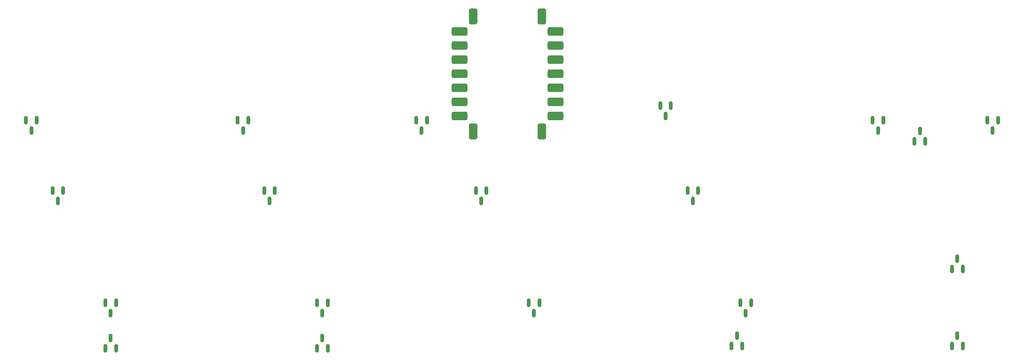
<source format=gbr>
%TF.GenerationSoftware,KiCad,Pcbnew,8.0.0*%
%TF.CreationDate,2024-02-25T16:00:07+01:00*%
%TF.ProjectId,QASS_PCB,51415353-5f50-4434-922e-6b696361645f,rev?*%
%TF.SameCoordinates,Original*%
%TF.FileFunction,Paste,Bot*%
%TF.FilePolarity,Positive*%
%FSLAX46Y46*%
G04 Gerber Fmt 4.6, Leading zero omitted, Abs format (unit mm)*
G04 Created by KiCad (PCBNEW 8.0.0) date 2024-02-25 16:00:07*
%MOMM*%
%LPD*%
G01*
G04 APERTURE LIST*
G04 Aperture macros list*
%AMRoundRect*
0 Rectangle with rounded corners*
0 $1 Rounding radius*
0 $2 $3 $4 $5 $6 $7 $8 $9 X,Y pos of 4 corners*
0 Add a 4 corners polygon primitive as box body*
4,1,4,$2,$3,$4,$5,$6,$7,$8,$9,$2,$3,0*
0 Add four circle primitives for the rounded corners*
1,1,$1+$1,$2,$3*
1,1,$1+$1,$4,$5*
1,1,$1+$1,$6,$7*
1,1,$1+$1,$8,$9*
0 Add four rect primitives between the rounded corners*
20,1,$1+$1,$2,$3,$4,$5,0*
20,1,$1+$1,$4,$5,$6,$7,0*
20,1,$1+$1,$6,$7,$8,$9,0*
20,1,$1+$1,$8,$9,$2,$3,0*%
G04 Aperture macros list end*
%ADD10RoundRect,0.150000X-0.150000X0.587500X-0.150000X-0.587500X0.150000X-0.587500X0.150000X0.587500X0*%
%ADD11RoundRect,0.150000X0.150000X-0.587500X0.150000X0.587500X-0.150000X0.587500X-0.150000X-0.587500X0*%
%ADD12RoundRect,0.400000X1.035000X-0.400000X1.035000X0.400000X-1.035000X0.400000X-1.035000X-0.400000X0*%
%ADD13RoundRect,0.400000X0.400000X-1.035000X0.400000X1.035000X-0.400000X1.035000X-0.400000X-1.035000X0*%
G04 APERTURE END LIST*
D10*
%TO.C,D19*%
X214950000Y-36368750D03*
X216850000Y-36368750D03*
X215900000Y-38243750D03*
%TD*%
%TO.C,D11*%
X94300000Y-69309375D03*
X96200000Y-69309375D03*
X95250000Y-71184375D03*
%TD*%
%TO.C,D2*%
X112159375Y-36368750D03*
X114059375Y-36368750D03*
X113109375Y-38243750D03*
%TD*%
%TO.C,D10*%
X56200000Y-69309375D03*
X58100000Y-69309375D03*
X57150000Y-71184375D03*
%TD*%
%TO.C,D6*%
X84775000Y-49068750D03*
X86675000Y-49068750D03*
X85725000Y-50943750D03*
%TD*%
D11*
%TO.C,D17*%
X168912500Y-77137500D03*
X170812500Y-77137500D03*
X169862500Y-75262500D03*
%TD*%
%TO.C,D14*%
X208600000Y-63246875D03*
X210500000Y-63246875D03*
X209550000Y-61371875D03*
%TD*%
D10*
%TO.C,D3*%
X156098389Y-33774669D03*
X157998389Y-33774669D03*
X157048389Y-35649669D03*
%TD*%
%TO.C,D12*%
X132400000Y-69309375D03*
X134300000Y-69309375D03*
X133350000Y-71184375D03*
%TD*%
D11*
%TO.C,D18*%
X208600000Y-77137500D03*
X210500000Y-77137500D03*
X209550000Y-75262500D03*
%TD*%
D10*
%TO.C,D1*%
X80012500Y-36368750D03*
X81912500Y-36368750D03*
X80962500Y-38243750D03*
%TD*%
%TO.C,D40*%
X41912500Y-36368750D03*
X43812500Y-36368750D03*
X42862500Y-38243750D03*
%TD*%
%TO.C,D13*%
X170500000Y-69309375D03*
X172400000Y-69309375D03*
X171450000Y-71184375D03*
%TD*%
D11*
%TO.C,D16*%
X94300000Y-77534375D03*
X96200000Y-77534375D03*
X95250000Y-75659375D03*
%TD*%
D10*
%TO.C,D7*%
X122875000Y-49068750D03*
X124775000Y-49068750D03*
X123825000Y-50943750D03*
%TD*%
%TO.C,D4*%
X194312500Y-36368750D03*
X196212500Y-36368750D03*
X195262500Y-38243750D03*
%TD*%
D12*
%TO.C,U1*%
X137222500Y-20399375D03*
X137222500Y-22939375D03*
X137222500Y-25479375D03*
X137222500Y-28019375D03*
X137222500Y-30559375D03*
X137222500Y-33099375D03*
X137222500Y-35639375D03*
X119932500Y-35639375D03*
X119932500Y-33099375D03*
X119932500Y-30559375D03*
X119932500Y-28019375D03*
X119932500Y-25479375D03*
X119932500Y-22939375D03*
X119932500Y-20399375D03*
D13*
X134742500Y-38384375D03*
X122432500Y-38384375D03*
X122432500Y-17684375D03*
X134742500Y-17684375D03*
%TD*%
D11*
%TO.C,D15*%
X56200000Y-77534375D03*
X58100000Y-77534375D03*
X57150000Y-75659375D03*
%TD*%
D10*
%TO.C,D5*%
X46675000Y-49068750D03*
X48575000Y-49068750D03*
X47625000Y-50943750D03*
%TD*%
%TO.C,D8*%
X160975000Y-49068750D03*
X162875000Y-49068750D03*
X161925000Y-50943750D03*
%TD*%
D11*
%TO.C,D9*%
X201853125Y-40228125D03*
X203753125Y-40228125D03*
X202803125Y-38353125D03*
%TD*%
M02*

</source>
